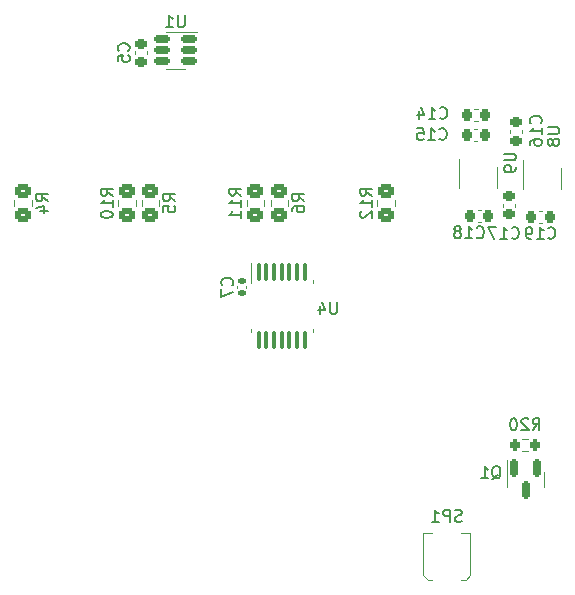
<source format=gbo>
G04 #@! TF.GenerationSoftware,KiCad,Pcbnew,6.0.11-2627ca5db0~126~ubuntu20.04.1*
G04 #@! TF.CreationDate,2024-01-15T23:09:37+09:00*
G04 #@! TF.ProjectId,motor_driver,6d6f746f-725f-4647-9269-7665722e6b69,rev?*
G04 #@! TF.SameCoordinates,Original*
G04 #@! TF.FileFunction,Legend,Bot*
G04 #@! TF.FilePolarity,Positive*
%FSLAX46Y46*%
G04 Gerber Fmt 4.6, Leading zero omitted, Abs format (unit mm)*
G04 Created by KiCad (PCBNEW 6.0.11-2627ca5db0~126~ubuntu20.04.1) date 2024-01-15 23:09:37*
%MOMM*%
%LPD*%
G01*
G04 APERTURE LIST*
G04 Aperture macros list*
%AMRoundRect*
0 Rectangle with rounded corners*
0 $1 Rounding radius*
0 $2 $3 $4 $5 $6 $7 $8 $9 X,Y pos of 4 corners*
0 Add a 4 corners polygon primitive as box body*
4,1,4,$2,$3,$4,$5,$6,$7,$8,$9,$2,$3,0*
0 Add four circle primitives for the rounded corners*
1,1,$1+$1,$2,$3*
1,1,$1+$1,$4,$5*
1,1,$1+$1,$6,$7*
1,1,$1+$1,$8,$9*
0 Add four rect primitives between the rounded corners*
20,1,$1+$1,$2,$3,$4,$5,0*
20,1,$1+$1,$4,$5,$6,$7,0*
20,1,$1+$1,$6,$7,$8,$9,0*
20,1,$1+$1,$8,$9,$2,$3,0*%
G04 Aperture macros list end*
%ADD10C,0.150000*%
%ADD11C,0.120000*%
%ADD12C,3.600000*%
%ADD13C,6.400000*%
%ADD14R,3.800000X3.800000*%
%ADD15C,4.000000*%
%ADD16R,1.000000X1.000000*%
%ADD17O,1.000000X1.000000*%
%ADD18C,0.508000*%
%ADD19RoundRect,0.250000X0.450000X-0.350000X0.450000X0.350000X-0.450000X0.350000X-0.450000X-0.350000X0*%
%ADD20RoundRect,0.225000X0.250000X-0.225000X0.250000X0.225000X-0.250000X0.225000X-0.250000X-0.225000X0*%
%ADD21RoundRect,0.225000X-0.225000X-0.250000X0.225000X-0.250000X0.225000X0.250000X-0.225000X0.250000X0*%
%ADD22RoundRect,0.250000X-0.450000X0.350000X-0.450000X-0.350000X0.450000X-0.350000X0.450000X0.350000X0*%
%ADD23R,2.400000X1.450000*%
%ADD24R,3.100000X3.000000*%
%ADD25RoundRect,0.100000X-0.100000X0.687500X-0.100000X-0.687500X0.100000X-0.687500X0.100000X0.687500X0*%
%ADD26RoundRect,0.150000X0.512500X0.150000X-0.512500X0.150000X-0.512500X-0.150000X0.512500X-0.150000X0*%
%ADD27RoundRect,0.225000X-0.250000X0.225000X-0.250000X-0.225000X0.250000X-0.225000X0.250000X0.225000X0*%
%ADD28R,0.650000X1.560000*%
%ADD29RoundRect,0.150000X-0.150000X0.587500X-0.150000X-0.587500X0.150000X-0.587500X0.150000X0.587500X0*%
%ADD30RoundRect,0.200000X-0.200000X-0.275000X0.200000X-0.275000X0.200000X0.275000X-0.200000X0.275000X0*%
%ADD31RoundRect,0.140000X-0.170000X0.140000X-0.170000X-0.140000X0.170000X-0.140000X0.170000X0.140000X0*%
G04 APERTURE END LIST*
D10*
X95671580Y-91425733D02*
X95195390Y-91092400D01*
X95671580Y-90854304D02*
X94671580Y-90854304D01*
X94671580Y-91235257D01*
X94719200Y-91330495D01*
X94766819Y-91378114D01*
X94862057Y-91425733D01*
X95004914Y-91425733D01*
X95100152Y-91378114D01*
X95147771Y-91330495D01*
X95195390Y-91235257D01*
X95195390Y-90854304D01*
X95004914Y-92282876D02*
X95671580Y-92282876D01*
X94623961Y-92044780D02*
X95338247Y-91806685D01*
X95338247Y-92425733D01*
X137379942Y-84830842D02*
X137427561Y-84783223D01*
X137475180Y-84640366D01*
X137475180Y-84545128D01*
X137427561Y-84402271D01*
X137332323Y-84307033D01*
X137237085Y-84259414D01*
X137046609Y-84211795D01*
X136903752Y-84211795D01*
X136713276Y-84259414D01*
X136618038Y-84307033D01*
X136522800Y-84402271D01*
X136475180Y-84545128D01*
X136475180Y-84640366D01*
X136522800Y-84783223D01*
X136570419Y-84830842D01*
X137475180Y-85783223D02*
X137475180Y-85211795D01*
X137475180Y-85497509D02*
X136475180Y-85497509D01*
X136618038Y-85402271D01*
X136713276Y-85307033D01*
X136760895Y-85211795D01*
X136475180Y-86640366D02*
X136475180Y-86449890D01*
X136522800Y-86354652D01*
X136570419Y-86307033D01*
X136713276Y-86211795D01*
X136903752Y-86164176D01*
X137284704Y-86164176D01*
X137379942Y-86211795D01*
X137427561Y-86259414D01*
X137475180Y-86354652D01*
X137475180Y-86545128D01*
X137427561Y-86640366D01*
X137379942Y-86687985D01*
X137284704Y-86735604D01*
X137046609Y-86735604D01*
X136951371Y-86687985D01*
X136903752Y-86640366D01*
X136856133Y-86545128D01*
X136856133Y-86354652D01*
X136903752Y-86259414D01*
X136951371Y-86211795D01*
X137046609Y-86164176D01*
X128811257Y-86158342D02*
X128858876Y-86205961D01*
X129001733Y-86253580D01*
X129096971Y-86253580D01*
X129239828Y-86205961D01*
X129335066Y-86110723D01*
X129382685Y-86015485D01*
X129430304Y-85825009D01*
X129430304Y-85682152D01*
X129382685Y-85491676D01*
X129335066Y-85396438D01*
X129239828Y-85301200D01*
X129096971Y-85253580D01*
X129001733Y-85253580D01*
X128858876Y-85301200D01*
X128811257Y-85348819D01*
X127858876Y-86253580D02*
X128430304Y-86253580D01*
X128144590Y-86253580D02*
X128144590Y-85253580D01*
X128239828Y-85396438D01*
X128335066Y-85491676D01*
X128430304Y-85539295D01*
X126954114Y-85253580D02*
X127430304Y-85253580D01*
X127477923Y-85729771D01*
X127430304Y-85682152D01*
X127335066Y-85634533D01*
X127096971Y-85634533D01*
X127001733Y-85682152D01*
X126954114Y-85729771D01*
X126906495Y-85825009D01*
X126906495Y-86063104D01*
X126954114Y-86158342D01*
X127001733Y-86205961D01*
X127096971Y-86253580D01*
X127335066Y-86253580D01*
X127430304Y-86205961D01*
X127477923Y-86158342D01*
X123103180Y-90950722D02*
X122626990Y-90617389D01*
X123103180Y-90379294D02*
X122103180Y-90379294D01*
X122103180Y-90760246D01*
X122150800Y-90855484D01*
X122198419Y-90903103D01*
X122293657Y-90950722D01*
X122436514Y-90950722D01*
X122531752Y-90903103D01*
X122579371Y-90855484D01*
X122626990Y-90760246D01*
X122626990Y-90379294D01*
X123103180Y-91903103D02*
X123103180Y-91331675D01*
X123103180Y-91617389D02*
X122103180Y-91617389D01*
X122246038Y-91522151D01*
X122341276Y-91426913D01*
X122388895Y-91331675D01*
X122198419Y-92284056D02*
X122150800Y-92331675D01*
X122103180Y-92426913D01*
X122103180Y-92665008D01*
X122150800Y-92760246D01*
X122198419Y-92807865D01*
X122293657Y-92855484D01*
X122388895Y-92855484D01*
X122531752Y-92807865D01*
X123103180Y-92236437D01*
X123103180Y-92855484D01*
X130700304Y-118514761D02*
X130557447Y-118562380D01*
X130319352Y-118562380D01*
X130224114Y-118514761D01*
X130176495Y-118467142D01*
X130128876Y-118371904D01*
X130128876Y-118276666D01*
X130176495Y-118181428D01*
X130224114Y-118133809D01*
X130319352Y-118086190D01*
X130509828Y-118038571D01*
X130605066Y-117990952D01*
X130652685Y-117943333D01*
X130700304Y-117848095D01*
X130700304Y-117752857D01*
X130652685Y-117657619D01*
X130605066Y-117610000D01*
X130509828Y-117562380D01*
X130271733Y-117562380D01*
X130128876Y-117610000D01*
X129700304Y-118562380D02*
X129700304Y-117562380D01*
X129319352Y-117562380D01*
X129224114Y-117610000D01*
X129176495Y-117657619D01*
X129128876Y-117752857D01*
X129128876Y-117895714D01*
X129176495Y-117990952D01*
X129224114Y-118038571D01*
X129319352Y-118086190D01*
X129700304Y-118086190D01*
X128176495Y-118562380D02*
X128747923Y-118562380D01*
X128462209Y-118562380D02*
X128462209Y-117562380D01*
X128557447Y-117705238D01*
X128652685Y-117800476D01*
X128747923Y-117848095D01*
X131976057Y-94467942D02*
X132023676Y-94515561D01*
X132166533Y-94563180D01*
X132261771Y-94563180D01*
X132404628Y-94515561D01*
X132499866Y-94420323D01*
X132547485Y-94325085D01*
X132595104Y-94134609D01*
X132595104Y-93991752D01*
X132547485Y-93801276D01*
X132499866Y-93706038D01*
X132404628Y-93610800D01*
X132261771Y-93563180D01*
X132166533Y-93563180D01*
X132023676Y-93610800D01*
X131976057Y-93658419D01*
X131023676Y-94563180D02*
X131595104Y-94563180D01*
X131309390Y-94563180D02*
X131309390Y-93563180D01*
X131404628Y-93706038D01*
X131499866Y-93801276D01*
X131595104Y-93848895D01*
X130452247Y-93991752D02*
X130547485Y-93944133D01*
X130595104Y-93896514D01*
X130642723Y-93801276D01*
X130642723Y-93753657D01*
X130595104Y-93658419D01*
X130547485Y-93610800D01*
X130452247Y-93563180D01*
X130261771Y-93563180D01*
X130166533Y-93610800D01*
X130118914Y-93658419D01*
X130071295Y-93753657D01*
X130071295Y-93801276D01*
X130118914Y-93896514D01*
X130166533Y-93944133D01*
X130261771Y-93991752D01*
X130452247Y-93991752D01*
X130547485Y-94039371D01*
X130595104Y-94086990D01*
X130642723Y-94182228D01*
X130642723Y-94372704D01*
X130595104Y-94467942D01*
X130547485Y-94515561D01*
X130452247Y-94563180D01*
X130261771Y-94563180D01*
X130166533Y-94515561D01*
X130118914Y-94467942D01*
X130071295Y-94372704D01*
X130071295Y-94182228D01*
X130118914Y-94086990D01*
X130166533Y-94039371D01*
X130261771Y-93991752D01*
X106445580Y-91425733D02*
X105969390Y-91092400D01*
X106445580Y-90854304D02*
X105445580Y-90854304D01*
X105445580Y-91235257D01*
X105493200Y-91330495D01*
X105540819Y-91378114D01*
X105636057Y-91425733D01*
X105778914Y-91425733D01*
X105874152Y-91378114D01*
X105921771Y-91330495D01*
X105969390Y-91235257D01*
X105969390Y-90854304D01*
X105445580Y-92330495D02*
X105445580Y-91854304D01*
X105921771Y-91806685D01*
X105874152Y-91854304D01*
X105826533Y-91949542D01*
X105826533Y-92187638D01*
X105874152Y-92282876D01*
X105921771Y-92330495D01*
X106017009Y-92378114D01*
X106255104Y-92378114D01*
X106350342Y-92330495D01*
X106397961Y-92282876D01*
X106445580Y-92187638D01*
X106445580Y-91949542D01*
X106397961Y-91854304D01*
X106350342Y-91806685D01*
X117367580Y-91425733D02*
X116891390Y-91092400D01*
X117367580Y-90854304D02*
X116367580Y-90854304D01*
X116367580Y-91235257D01*
X116415200Y-91330495D01*
X116462819Y-91378114D01*
X116558057Y-91425733D01*
X116700914Y-91425733D01*
X116796152Y-91378114D01*
X116843771Y-91330495D01*
X116891390Y-91235257D01*
X116891390Y-90854304D01*
X116367580Y-92282876D02*
X116367580Y-92092400D01*
X116415200Y-91997161D01*
X116462819Y-91949542D01*
X116605676Y-91854304D01*
X116796152Y-91806685D01*
X117177104Y-91806685D01*
X117272342Y-91854304D01*
X117319961Y-91901923D01*
X117367580Y-91997161D01*
X117367580Y-92187638D01*
X117319961Y-92282876D01*
X117272342Y-92330495D01*
X117177104Y-92378114D01*
X116939009Y-92378114D01*
X116843771Y-92330495D01*
X116796152Y-92282876D01*
X116748533Y-92187638D01*
X116748533Y-91997161D01*
X116796152Y-91901923D01*
X116843771Y-91854304D01*
X116939009Y-91806685D01*
X101159980Y-90949542D02*
X100683790Y-90616209D01*
X101159980Y-90378114D02*
X100159980Y-90378114D01*
X100159980Y-90759066D01*
X100207600Y-90854304D01*
X100255219Y-90901923D01*
X100350457Y-90949542D01*
X100493314Y-90949542D01*
X100588552Y-90901923D01*
X100636171Y-90854304D01*
X100683790Y-90759066D01*
X100683790Y-90378114D01*
X101159980Y-91901923D02*
X101159980Y-91330495D01*
X101159980Y-91616209D02*
X100159980Y-91616209D01*
X100302838Y-91520971D01*
X100398076Y-91425733D01*
X100445695Y-91330495D01*
X100159980Y-92520971D02*
X100159980Y-92616209D01*
X100207600Y-92711447D01*
X100255219Y-92759066D01*
X100350457Y-92806685D01*
X100540933Y-92854304D01*
X100779028Y-92854304D01*
X100969504Y-92806685D01*
X101064742Y-92759066D01*
X101112361Y-92711447D01*
X101159980Y-92616209D01*
X101159980Y-92520971D01*
X101112361Y-92425733D01*
X101064742Y-92378114D01*
X100969504Y-92330495D01*
X100779028Y-92282876D01*
X100540933Y-92282876D01*
X100350457Y-92330495D01*
X100255219Y-92378114D01*
X100207600Y-92425733D01*
X100159980Y-92520971D01*
X120141904Y-99985580D02*
X120141904Y-100795104D01*
X120094285Y-100890342D01*
X120046666Y-100937961D01*
X119951428Y-100985580D01*
X119760952Y-100985580D01*
X119665714Y-100937961D01*
X119618095Y-100890342D01*
X119570476Y-100795104D01*
X119570476Y-99985580D01*
X118665714Y-100318914D02*
X118665714Y-100985580D01*
X118903809Y-99937961D02*
X119141904Y-100652247D01*
X118522857Y-100652247D01*
X107238704Y-75690780D02*
X107238704Y-76500304D01*
X107191085Y-76595542D01*
X107143466Y-76643161D01*
X107048228Y-76690780D01*
X106857752Y-76690780D01*
X106762514Y-76643161D01*
X106714895Y-76595542D01*
X106667276Y-76500304D01*
X106667276Y-75690780D01*
X105667276Y-76690780D02*
X106238704Y-76690780D01*
X105952990Y-76690780D02*
X105952990Y-75690780D01*
X106048228Y-75833638D01*
X106143466Y-75928876D01*
X106238704Y-75976495D01*
X134922457Y-94518742D02*
X134970076Y-94566361D01*
X135112933Y-94613980D01*
X135208171Y-94613980D01*
X135351028Y-94566361D01*
X135446266Y-94471123D01*
X135493885Y-94375885D01*
X135541504Y-94185409D01*
X135541504Y-94042552D01*
X135493885Y-93852076D01*
X135446266Y-93756838D01*
X135351028Y-93661600D01*
X135208171Y-93613980D01*
X135112933Y-93613980D01*
X134970076Y-93661600D01*
X134922457Y-93709219D01*
X133970076Y-94613980D02*
X134541504Y-94613980D01*
X134255790Y-94613980D02*
X134255790Y-93613980D01*
X134351028Y-93756838D01*
X134446266Y-93852076D01*
X134541504Y-93899695D01*
X133636742Y-93613980D02*
X132970076Y-93613980D01*
X133398647Y-94613980D01*
X137983980Y-85148495D02*
X138793504Y-85148495D01*
X138888742Y-85196114D01*
X138936361Y-85243733D01*
X138983980Y-85338971D01*
X138983980Y-85529447D01*
X138936361Y-85624685D01*
X138888742Y-85672304D01*
X138793504Y-85719923D01*
X137983980Y-85719923D01*
X138412552Y-86338971D02*
X138364933Y-86243733D01*
X138317314Y-86196114D01*
X138222076Y-86148495D01*
X138174457Y-86148495D01*
X138079219Y-86196114D01*
X138031600Y-86243733D01*
X137983980Y-86338971D01*
X137983980Y-86529447D01*
X138031600Y-86624685D01*
X138079219Y-86672304D01*
X138174457Y-86719923D01*
X138222076Y-86719923D01*
X138317314Y-86672304D01*
X138364933Y-86624685D01*
X138412552Y-86529447D01*
X138412552Y-86338971D01*
X138460171Y-86243733D01*
X138507790Y-86196114D01*
X138603028Y-86148495D01*
X138793504Y-86148495D01*
X138888742Y-86196114D01*
X138936361Y-86243733D01*
X138983980Y-86338971D01*
X138983980Y-86529447D01*
X138936361Y-86624685D01*
X138888742Y-86672304D01*
X138793504Y-86719923D01*
X138603028Y-86719923D01*
X138507790Y-86672304D01*
X138460171Y-86624685D01*
X138412552Y-86529447D01*
X112035580Y-90949542D02*
X111559390Y-90616209D01*
X112035580Y-90378114D02*
X111035580Y-90378114D01*
X111035580Y-90759066D01*
X111083200Y-90854304D01*
X111130819Y-90901923D01*
X111226057Y-90949542D01*
X111368914Y-90949542D01*
X111464152Y-90901923D01*
X111511771Y-90854304D01*
X111559390Y-90759066D01*
X111559390Y-90378114D01*
X112035580Y-91901923D02*
X112035580Y-91330495D01*
X112035580Y-91616209D02*
X111035580Y-91616209D01*
X111178438Y-91520971D01*
X111273676Y-91425733D01*
X111321295Y-91330495D01*
X112035580Y-92854304D02*
X112035580Y-92282876D01*
X112035580Y-92568590D02*
X111035580Y-92568590D01*
X111178438Y-92473352D01*
X111273676Y-92378114D01*
X111321295Y-92282876D01*
X134290780Y-87405295D02*
X135100304Y-87405295D01*
X135195542Y-87452914D01*
X135243161Y-87500533D01*
X135290780Y-87595771D01*
X135290780Y-87786247D01*
X135243161Y-87881485D01*
X135195542Y-87929104D01*
X135100304Y-87976723D01*
X134290780Y-87976723D01*
X135290780Y-88500533D02*
X135290780Y-88691009D01*
X135243161Y-88786247D01*
X135195542Y-88833866D01*
X135052685Y-88929104D01*
X134862209Y-88976723D01*
X134481257Y-88976723D01*
X134386019Y-88929104D01*
X134338400Y-88881485D01*
X134290780Y-88786247D01*
X134290780Y-88595771D01*
X134338400Y-88500533D01*
X134386019Y-88452914D01*
X134481257Y-88405295D01*
X134719352Y-88405295D01*
X134814590Y-88452914D01*
X134862209Y-88500533D01*
X134909828Y-88595771D01*
X134909828Y-88786247D01*
X134862209Y-88881485D01*
X134814590Y-88929104D01*
X134719352Y-88976723D01*
X102486742Y-78690533D02*
X102534361Y-78642914D01*
X102581980Y-78500057D01*
X102581980Y-78404819D01*
X102534361Y-78261961D01*
X102439123Y-78166723D01*
X102343885Y-78119104D01*
X102153409Y-78071485D01*
X102010552Y-78071485D01*
X101820076Y-78119104D01*
X101724838Y-78166723D01*
X101629600Y-78261961D01*
X101581980Y-78404819D01*
X101581980Y-78500057D01*
X101629600Y-78642914D01*
X101677219Y-78690533D01*
X101581980Y-79595295D02*
X101581980Y-79119104D01*
X102058171Y-79071485D01*
X102010552Y-79119104D01*
X101962933Y-79214342D01*
X101962933Y-79452438D01*
X102010552Y-79547676D01*
X102058171Y-79595295D01*
X102153409Y-79642914D01*
X102391504Y-79642914D01*
X102486742Y-79595295D01*
X102534361Y-79547676D01*
X102581980Y-79452438D01*
X102581980Y-79214342D01*
X102534361Y-79119104D01*
X102486742Y-79071485D01*
X133257238Y-114972319D02*
X133352476Y-114924700D01*
X133447714Y-114829461D01*
X133590571Y-114686604D01*
X133685809Y-114638985D01*
X133781047Y-114638985D01*
X133733428Y-114877080D02*
X133828666Y-114829461D01*
X133923904Y-114734223D01*
X133971523Y-114543747D01*
X133971523Y-114210414D01*
X133923904Y-114019938D01*
X133828666Y-113924700D01*
X133733428Y-113877080D01*
X133542952Y-113877080D01*
X133447714Y-113924700D01*
X133352476Y-114019938D01*
X133304857Y-114210414D01*
X133304857Y-114543747D01*
X133352476Y-114734223D01*
X133447714Y-114829461D01*
X133542952Y-114877080D01*
X133733428Y-114877080D01*
X132352476Y-114877080D02*
X132923904Y-114877080D01*
X132638190Y-114877080D02*
X132638190Y-113877080D01*
X132733428Y-114019938D01*
X132828666Y-114115176D01*
X132923904Y-114162795D01*
X138021257Y-94526342D02*
X138068876Y-94573961D01*
X138211733Y-94621580D01*
X138306971Y-94621580D01*
X138449828Y-94573961D01*
X138545066Y-94478723D01*
X138592685Y-94383485D01*
X138640304Y-94193009D01*
X138640304Y-94050152D01*
X138592685Y-93859676D01*
X138545066Y-93764438D01*
X138449828Y-93669200D01*
X138306971Y-93621580D01*
X138211733Y-93621580D01*
X138068876Y-93669200D01*
X138021257Y-93716819D01*
X137068876Y-94621580D02*
X137640304Y-94621580D01*
X137354590Y-94621580D02*
X137354590Y-93621580D01*
X137449828Y-93764438D01*
X137545066Y-93859676D01*
X137640304Y-93907295D01*
X136592685Y-94621580D02*
X136402209Y-94621580D01*
X136306971Y-94573961D01*
X136259352Y-94526342D01*
X136164114Y-94383485D01*
X136116495Y-94193009D01*
X136116495Y-93812057D01*
X136164114Y-93716819D01*
X136211733Y-93669200D01*
X136306971Y-93621580D01*
X136497447Y-93621580D01*
X136592685Y-93669200D01*
X136640304Y-93716819D01*
X136687923Y-93812057D01*
X136687923Y-94050152D01*
X136640304Y-94145390D01*
X136592685Y-94193009D01*
X136497447Y-94240628D01*
X136306971Y-94240628D01*
X136211733Y-94193009D01*
X136164114Y-94145390D01*
X136116495Y-94050152D01*
X136715857Y-110813080D02*
X137049190Y-110336890D01*
X137287285Y-110813080D02*
X137287285Y-109813080D01*
X136906333Y-109813080D01*
X136811095Y-109860700D01*
X136763476Y-109908319D01*
X136715857Y-110003557D01*
X136715857Y-110146414D01*
X136763476Y-110241652D01*
X136811095Y-110289271D01*
X136906333Y-110336890D01*
X137287285Y-110336890D01*
X136334904Y-109908319D02*
X136287285Y-109860700D01*
X136192047Y-109813080D01*
X135953952Y-109813080D01*
X135858714Y-109860700D01*
X135811095Y-109908319D01*
X135763476Y-110003557D01*
X135763476Y-110098795D01*
X135811095Y-110241652D01*
X136382523Y-110813080D01*
X135763476Y-110813080D01*
X135144428Y-109813080D02*
X135049190Y-109813080D01*
X134953952Y-109860700D01*
X134906333Y-109908319D01*
X134858714Y-110003557D01*
X134811095Y-110194033D01*
X134811095Y-110432128D01*
X134858714Y-110622604D01*
X134906333Y-110717842D01*
X134953952Y-110765461D01*
X135049190Y-110813080D01*
X135144428Y-110813080D01*
X135239666Y-110765461D01*
X135287285Y-110717842D01*
X135334904Y-110622604D01*
X135382523Y-110432128D01*
X135382523Y-110194033D01*
X135334904Y-110003557D01*
X135287285Y-109908319D01*
X135239666Y-109860700D01*
X135144428Y-109813080D01*
X111261942Y-98537733D02*
X111309561Y-98490114D01*
X111357180Y-98347257D01*
X111357180Y-98252019D01*
X111309561Y-98109161D01*
X111214323Y-98013923D01*
X111119085Y-97966304D01*
X110928609Y-97918685D01*
X110785752Y-97918685D01*
X110595276Y-97966304D01*
X110500038Y-98013923D01*
X110404800Y-98109161D01*
X110357180Y-98252019D01*
X110357180Y-98347257D01*
X110404800Y-98490114D01*
X110452419Y-98537733D01*
X110357180Y-98871066D02*
X110357180Y-99537733D01*
X111357180Y-99109161D01*
X128862057Y-84380342D02*
X128909676Y-84427961D01*
X129052533Y-84475580D01*
X129147771Y-84475580D01*
X129290628Y-84427961D01*
X129385866Y-84332723D01*
X129433485Y-84237485D01*
X129481104Y-84047009D01*
X129481104Y-83904152D01*
X129433485Y-83713676D01*
X129385866Y-83618438D01*
X129290628Y-83523200D01*
X129147771Y-83475580D01*
X129052533Y-83475580D01*
X128909676Y-83523200D01*
X128862057Y-83570819D01*
X127909676Y-84475580D02*
X128481104Y-84475580D01*
X128195390Y-84475580D02*
X128195390Y-83475580D01*
X128290628Y-83618438D01*
X128385866Y-83713676D01*
X128481104Y-83761295D01*
X127052533Y-83808914D02*
X127052533Y-84475580D01*
X127290628Y-83427961D02*
X127528723Y-84142247D01*
X126909676Y-84142247D01*
D11*
X94304200Y-91819464D02*
X94304200Y-91365336D01*
X92834200Y-91819464D02*
X92834200Y-91365336D01*
X134785600Y-85666180D02*
X134785600Y-85385020D01*
X135805600Y-85666180D02*
X135805600Y-85385020D01*
X131751420Y-85320400D02*
X132032580Y-85320400D01*
X131751420Y-86340400D02*
X132032580Y-86340400D01*
X125035800Y-91366516D02*
X125035800Y-91820644D01*
X123565800Y-91366516D02*
X123565800Y-91820644D01*
X127838400Y-123513600D02*
X127438400Y-123113600D01*
X131038400Y-123513600D02*
X131438400Y-123113600D01*
X131438400Y-119513600D02*
X131438400Y-123113600D01*
X127438400Y-119513600D02*
X127438400Y-123113600D01*
X127438400Y-119513600D02*
X131438400Y-119513600D01*
X131038400Y-123513600D02*
X127838400Y-123513600D01*
X132056220Y-92178400D02*
X132337380Y-92178400D01*
X132056220Y-93198400D02*
X132337380Y-93198400D01*
X103608200Y-91819464D02*
X103608200Y-91365336D01*
X105078200Y-91819464D02*
X105078200Y-91365336D01*
X116000200Y-91819464D02*
X116000200Y-91365336D01*
X114530200Y-91819464D02*
X114530200Y-91365336D01*
X103092600Y-91365336D02*
X103092600Y-91819464D01*
X101622600Y-91365336D02*
X101622600Y-91819464D01*
X112858400Y-102214784D02*
X112858400Y-102479200D01*
X112858400Y-98343616D02*
X112858400Y-96629200D01*
X118078400Y-98343616D02*
X118078400Y-98079200D01*
X118078400Y-102214784D02*
X118078400Y-102479200D01*
X106476800Y-80198400D02*
X105676800Y-80198400D01*
X106476800Y-77078400D02*
X108276800Y-77078400D01*
X106476800Y-80198400D02*
X107276800Y-80198400D01*
X106476800Y-77078400D02*
X105676800Y-77078400D01*
X134226800Y-91633420D02*
X134226800Y-91914580D01*
X135246800Y-91633420D02*
X135246800Y-91914580D01*
X139090000Y-88588000D02*
X139090000Y-90388000D01*
X135870000Y-90388000D02*
X135870000Y-87938000D01*
X113968200Y-91365336D02*
X113968200Y-91819464D01*
X112498200Y-91365336D02*
X112498200Y-91819464D01*
X133654400Y-88537200D02*
X133654400Y-90337200D01*
X130434400Y-90337200D02*
X130434400Y-87887200D01*
X103049600Y-78716620D02*
X103049600Y-78997780D01*
X104069600Y-78716620D02*
X104069600Y-78997780D01*
X134548400Y-114983500D02*
X134548400Y-115633500D01*
X134548400Y-114983500D02*
X134548400Y-113308500D01*
X137668400Y-114983500D02*
X137668400Y-115633500D01*
X137668400Y-114983500D02*
X137668400Y-114333500D01*
X137237820Y-92229200D02*
X137518980Y-92229200D01*
X137237820Y-93249200D02*
X137518980Y-93249200D01*
X135820342Y-111565400D02*
X136294858Y-111565400D01*
X135820342Y-112610400D02*
X136294858Y-112610400D01*
X112424800Y-98596564D02*
X112424800Y-98812236D01*
X111704800Y-98596564D02*
X111704800Y-98812236D01*
X131765520Y-84605600D02*
X132046680Y-84605600D01*
X131765520Y-83585600D02*
X132046680Y-83585600D01*
%LPC*%
D12*
X94524000Y-79310400D03*
D13*
X94524000Y-79310400D03*
D14*
X98715200Y-113893600D03*
D15*
X93715200Y-113893600D03*
D12*
X136524000Y-79310400D03*
D13*
X136524000Y-79310400D03*
D16*
X136550400Y-99822000D03*
D17*
X137820400Y-99822000D03*
X136550400Y-101092000D03*
X137820400Y-101092000D03*
X136550400Y-102362000D03*
X137820400Y-102362000D03*
X136550400Y-103632000D03*
X137820400Y-103632000D03*
X136550400Y-104902000D03*
X137820400Y-104902000D03*
D13*
X136524000Y-121310400D03*
D12*
X136524000Y-121310400D03*
D13*
X94524000Y-121310400D03*
D12*
X94524000Y-121310400D03*
D18*
X106409800Y-106834600D03*
X107679800Y-106834600D03*
X105139800Y-106834600D03*
D19*
X93569200Y-92592400D03*
X93569200Y-90592400D03*
D20*
X135295600Y-86300600D03*
X135295600Y-84750600D03*
D21*
X131117000Y-85830400D03*
X132667000Y-85830400D03*
D22*
X124300800Y-90593580D03*
X124300800Y-92593580D03*
D23*
X129438400Y-123338600D03*
X129438400Y-119688600D03*
D21*
X131421800Y-92688400D03*
X132971800Y-92688400D03*
D19*
X104343200Y-92592400D03*
X104343200Y-90592400D03*
X115265200Y-92592400D03*
X115265200Y-90592400D03*
D22*
X102357600Y-90592400D03*
X102357600Y-92592400D03*
D24*
X115468400Y-100279200D03*
D25*
X113518400Y-97416700D03*
X114168400Y-97416700D03*
X114818400Y-97416700D03*
X115468400Y-97416700D03*
X116118400Y-97416700D03*
X116768400Y-97416700D03*
X117418400Y-97416700D03*
X117418400Y-103141700D03*
X116768400Y-103141700D03*
X116118400Y-103141700D03*
X115468400Y-103141700D03*
X114818400Y-103141700D03*
X114168400Y-103141700D03*
X113518400Y-103141700D03*
D26*
X107614300Y-77688400D03*
X107614300Y-78638400D03*
X107614300Y-79588400D03*
X105339300Y-79588400D03*
X105339300Y-78638400D03*
X105339300Y-77688400D03*
D27*
X134736800Y-90999000D03*
X134736800Y-92549000D03*
D28*
X136530000Y-88138000D03*
X137480000Y-88138000D03*
X138430000Y-88138000D03*
X138430000Y-90838000D03*
X136530000Y-90838000D03*
D22*
X113233200Y-90592400D03*
X113233200Y-92592400D03*
D28*
X131094400Y-88087200D03*
X132044400Y-88087200D03*
X132994400Y-88087200D03*
X132994400Y-90787200D03*
X131094400Y-90787200D03*
D27*
X103559600Y-78082200D03*
X103559600Y-79632200D03*
D29*
X135158400Y-114046000D03*
X137058400Y-114046000D03*
X136108400Y-115921000D03*
D21*
X136603400Y-92739200D03*
X138153400Y-92739200D03*
D30*
X135232600Y-112087900D03*
X136882600Y-112087900D03*
D31*
X112064800Y-98224400D03*
X112064800Y-99184400D03*
D21*
X131131100Y-84095600D03*
X132681100Y-84095600D03*
M02*

</source>
